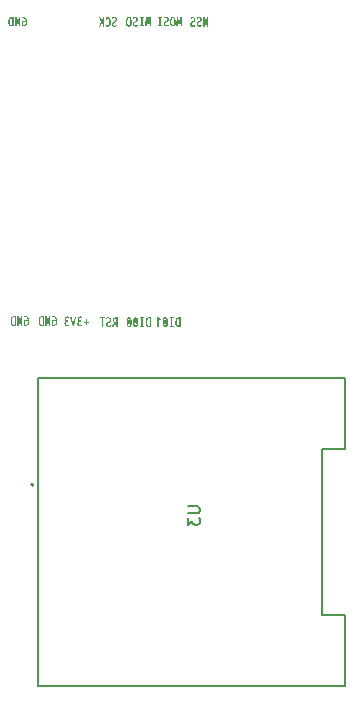
<source format=gbr>
%TF.GenerationSoftware,KiCad,Pcbnew,8.0.2-8.0.2-0~ubuntu20.04.1*%
%TF.CreationDate,2024-10-24T00:08:04+05:30*%
%TF.ProjectId,GroundStation,47726f75-6e64-4537-9461-74696f6e2e6b,rev?*%
%TF.SameCoordinates,Original*%
%TF.FileFunction,Legend,Bot*%
%TF.FilePolarity,Positive*%
%FSLAX46Y46*%
G04 Gerber Fmt 4.6, Leading zero omitted, Abs format (unit mm)*
G04 Created by KiCad (PCBNEW 8.0.2-8.0.2-0~ubuntu20.04.1) date 2024-10-24 00:08:04*
%MOMM*%
%LPD*%
G01*
G04 APERTURE LIST*
%ADD10C,0.150000*%
%ADD11C,0.000000*%
%ADD12C,0.127000*%
%ADD13C,0.200000*%
G04 APERTURE END LIST*
D10*
X110974819Y-94078095D02*
X111784342Y-94078095D01*
X111784342Y-94078095D02*
X111879580Y-94125714D01*
X111879580Y-94125714D02*
X111927200Y-94173333D01*
X111927200Y-94173333D02*
X111974819Y-94268571D01*
X111974819Y-94268571D02*
X111974819Y-94459047D01*
X111974819Y-94459047D02*
X111927200Y-94554285D01*
X111927200Y-94554285D02*
X111879580Y-94601904D01*
X111879580Y-94601904D02*
X111784342Y-94649523D01*
X111784342Y-94649523D02*
X110974819Y-94649523D01*
X110974819Y-95030476D02*
X110974819Y-95649523D01*
X110974819Y-95649523D02*
X111355771Y-95316190D01*
X111355771Y-95316190D02*
X111355771Y-95459047D01*
X111355771Y-95459047D02*
X111403390Y-95554285D01*
X111403390Y-95554285D02*
X111451009Y-95601904D01*
X111451009Y-95601904D02*
X111546247Y-95649523D01*
X111546247Y-95649523D02*
X111784342Y-95649523D01*
X111784342Y-95649523D02*
X111879580Y-95601904D01*
X111879580Y-95601904D02*
X111927200Y-95554285D01*
X111927200Y-95554285D02*
X111974819Y-95459047D01*
X111974819Y-95459047D02*
X111974819Y-95173333D01*
X111974819Y-95173333D02*
X111927200Y-95078095D01*
X111927200Y-95078095D02*
X111879580Y-95030476D01*
D11*
%TO.C,kibuzzard-67194008*%
G36*
X110284384Y-78054521D02*
G01*
X110370137Y-78070959D01*
X110370137Y-78849041D01*
X110287671Y-78865479D01*
X110198082Y-78870959D01*
X110107123Y-78861507D01*
X110035890Y-78833151D01*
X109981781Y-78781507D01*
X109942192Y-78702192D01*
X109924231Y-78632664D01*
X109913455Y-78548280D01*
X109909863Y-78449041D01*
X110029315Y-78449041D01*
X110033760Y-78560944D01*
X110047093Y-78646788D01*
X110069315Y-78706575D01*
X110121507Y-78759178D01*
X110198082Y-78776712D01*
X110247397Y-78766849D01*
X110247397Y-78154247D01*
X110198082Y-78144384D01*
X110122192Y-78161370D01*
X110069863Y-78212329D01*
X110047336Y-78268828D01*
X110033820Y-78347732D01*
X110029315Y-78449041D01*
X109909863Y-78449041D01*
X109914075Y-78346610D01*
X109926712Y-78260685D01*
X109947774Y-78191267D01*
X109977260Y-78138356D01*
X110031750Y-78088737D01*
X110105358Y-78058965D01*
X110198082Y-78049041D01*
X110284384Y-78054521D01*
G37*
G36*
X109125479Y-78057945D02*
G01*
X109178904Y-78084658D01*
X109219863Y-78134247D01*
X109250685Y-78211781D01*
X109264992Y-78280030D01*
X109273577Y-78362770D01*
X109276438Y-78460000D01*
X109273577Y-78557230D01*
X109264992Y-78639970D01*
X109250685Y-78708219D01*
X109219863Y-78785753D01*
X109178904Y-78835342D01*
X109160274Y-78844658D01*
X109125479Y-78862055D01*
X109057260Y-78870959D01*
X108989041Y-78862055D01*
X108935616Y-78835342D01*
X108894658Y-78785753D01*
X108863836Y-78708219D01*
X108849528Y-78639970D01*
X108840944Y-78557230D01*
X108838082Y-78460000D01*
X108952055Y-78460000D01*
X108953516Y-78537930D01*
X108957900Y-78603683D01*
X108965205Y-78657260D01*
X108980411Y-78716986D01*
X108999726Y-78753699D01*
X109057260Y-78778904D01*
X109112055Y-78756438D01*
X109146027Y-78679178D01*
X108955342Y-78349315D01*
X108952877Y-78400548D01*
X108952055Y-78460000D01*
X108838082Y-78460000D01*
X108840944Y-78362770D01*
X108849528Y-78280030D01*
X108860964Y-78225479D01*
X108972877Y-78225479D01*
X109160274Y-78550959D01*
X109162466Y-78460000D01*
X109161005Y-78382070D01*
X109156621Y-78316317D01*
X109149315Y-78262740D01*
X109134110Y-78203014D01*
X109114795Y-78166301D01*
X109057260Y-78141096D01*
X109005753Y-78160274D01*
X108972877Y-78225479D01*
X108860964Y-78225479D01*
X108863836Y-78211781D01*
X108894658Y-78134247D01*
X108935616Y-78084658D01*
X108989041Y-78057945D01*
X109057260Y-78049041D01*
X109125479Y-78057945D01*
G37*
G36*
X109791507Y-78155342D02*
G01*
X109668767Y-78155342D01*
X109668767Y-78764658D01*
X109791507Y-78764658D01*
X109791507Y-78860000D01*
X109418904Y-78860000D01*
X109418904Y-78764658D01*
X109541644Y-78764658D01*
X109541644Y-78155342D01*
X109418904Y-78155342D01*
X109418904Y-78060000D01*
X109791507Y-78060000D01*
X109791507Y-78155342D01*
G37*
G36*
X108703288Y-78171781D02*
G01*
X108703288Y-78279178D01*
X108514795Y-78173973D01*
X108512603Y-78175068D01*
X108512603Y-78860000D01*
X108389863Y-78860000D01*
X108389863Y-78060000D01*
X108511507Y-78060000D01*
X108703288Y-78171781D01*
G37*
%TO.C,kibuzzard-67193FFA*%
G36*
X107774247Y-78054521D02*
G01*
X107860000Y-78070959D01*
X107860000Y-78849041D01*
X107777534Y-78865479D01*
X107687945Y-78870959D01*
X107596986Y-78861507D01*
X107525753Y-78833151D01*
X107471644Y-78781507D01*
X107432055Y-78702192D01*
X107414094Y-78632664D01*
X107403318Y-78548280D01*
X107399726Y-78449041D01*
X107519178Y-78449041D01*
X107523623Y-78560944D01*
X107536956Y-78646788D01*
X107559178Y-78706575D01*
X107611370Y-78759178D01*
X107687945Y-78776712D01*
X107737260Y-78766849D01*
X107737260Y-78154247D01*
X107687945Y-78144384D01*
X107612055Y-78161370D01*
X107559726Y-78212329D01*
X107537199Y-78268828D01*
X107523683Y-78347732D01*
X107519178Y-78449041D01*
X107399726Y-78449041D01*
X107403938Y-78346610D01*
X107416575Y-78260685D01*
X107437637Y-78191267D01*
X107467123Y-78138356D01*
X107521613Y-78088737D01*
X107595221Y-78058965D01*
X107687945Y-78049041D01*
X107774247Y-78054521D01*
G37*
G36*
X106615342Y-78057945D02*
G01*
X106668767Y-78084658D01*
X106709726Y-78134247D01*
X106740548Y-78211781D01*
X106754855Y-78280030D01*
X106763440Y-78362770D01*
X106766301Y-78460000D01*
X106763440Y-78557230D01*
X106754855Y-78639970D01*
X106740548Y-78708219D01*
X106709726Y-78785753D01*
X106668767Y-78835342D01*
X106650137Y-78844658D01*
X106615342Y-78862055D01*
X106547123Y-78870959D01*
X106478904Y-78862055D01*
X106425479Y-78835342D01*
X106384521Y-78785753D01*
X106353699Y-78708219D01*
X106339391Y-78639970D01*
X106330807Y-78557230D01*
X106327945Y-78460000D01*
X106441918Y-78460000D01*
X106443379Y-78537930D01*
X106447763Y-78603683D01*
X106455068Y-78657260D01*
X106470274Y-78716986D01*
X106489589Y-78753699D01*
X106547123Y-78778904D01*
X106601918Y-78756438D01*
X106635890Y-78679178D01*
X106445205Y-78349315D01*
X106442740Y-78400548D01*
X106441918Y-78460000D01*
X106327945Y-78460000D01*
X106330807Y-78362770D01*
X106339391Y-78280030D01*
X106350827Y-78225479D01*
X106462740Y-78225479D01*
X106650137Y-78550959D01*
X106652329Y-78460000D01*
X106650868Y-78382070D01*
X106646484Y-78316317D01*
X106639178Y-78262740D01*
X106623973Y-78203014D01*
X106604658Y-78166301D01*
X106547123Y-78141096D01*
X106495616Y-78160274D01*
X106462740Y-78225479D01*
X106350827Y-78225479D01*
X106353699Y-78211781D01*
X106384521Y-78134247D01*
X106425479Y-78084658D01*
X106478904Y-78057945D01*
X106547123Y-78049041D01*
X106615342Y-78057945D01*
G37*
G36*
X106067397Y-78057945D02*
G01*
X106120822Y-78084658D01*
X106161781Y-78134247D01*
X106192603Y-78211781D01*
X106206910Y-78280030D01*
X106215495Y-78362770D01*
X106218356Y-78460000D01*
X106215495Y-78557230D01*
X106206910Y-78639970D01*
X106192603Y-78708219D01*
X106161781Y-78785753D01*
X106120822Y-78835342D01*
X106102192Y-78844658D01*
X106067397Y-78862055D01*
X105999178Y-78870959D01*
X105930959Y-78862055D01*
X105877534Y-78835342D01*
X105836575Y-78785753D01*
X105805753Y-78708219D01*
X105791446Y-78639970D01*
X105782861Y-78557230D01*
X105780000Y-78460000D01*
X105893973Y-78460000D01*
X105895434Y-78537930D01*
X105899817Y-78603683D01*
X105907123Y-78657260D01*
X105922329Y-78716986D01*
X105941644Y-78753699D01*
X105999178Y-78778904D01*
X106053973Y-78756438D01*
X106087945Y-78679178D01*
X105897260Y-78349315D01*
X105894795Y-78400548D01*
X105893973Y-78460000D01*
X105780000Y-78460000D01*
X105782861Y-78362770D01*
X105791446Y-78280030D01*
X105802881Y-78225479D01*
X105914795Y-78225479D01*
X106102192Y-78550959D01*
X106104384Y-78460000D01*
X106102922Y-78382070D01*
X106098539Y-78316317D01*
X106091233Y-78262740D01*
X106076027Y-78203014D01*
X106056712Y-78166301D01*
X105999178Y-78141096D01*
X105947671Y-78160274D01*
X105914795Y-78225479D01*
X105802881Y-78225479D01*
X105805753Y-78211781D01*
X105836575Y-78134247D01*
X105877534Y-78084658D01*
X105930959Y-78057945D01*
X105999178Y-78049041D01*
X106067397Y-78057945D01*
G37*
G36*
X107281370Y-78155342D02*
G01*
X107158630Y-78155342D01*
X107158630Y-78764658D01*
X107281370Y-78764658D01*
X107281370Y-78860000D01*
X106908767Y-78860000D01*
X106908767Y-78764658D01*
X107031507Y-78764658D01*
X107031507Y-78155342D01*
X106908767Y-78155342D01*
X106908767Y-78060000D01*
X107281370Y-78060000D01*
X107281370Y-78155342D01*
G37*
%TO.C,kibuzzard-67193FCE*%
G36*
X102437397Y-78424110D02*
G01*
X102614932Y-78424110D01*
X102614932Y-78515068D01*
X102437397Y-78515068D01*
X102437397Y-78745205D01*
X102320137Y-78745205D01*
X102320137Y-78515068D01*
X102143699Y-78515068D01*
X102143699Y-78424110D01*
X102320137Y-78424110D01*
X102320137Y-78197260D01*
X102437397Y-78197260D01*
X102437397Y-78424110D01*
G37*
G36*
X100806956Y-77993303D02*
G01*
X100868326Y-78006088D01*
X100931644Y-78027397D01*
X100931644Y-78129315D01*
X100846712Y-78094795D01*
X100769452Y-78083288D01*
X100706134Y-78094977D01*
X100668143Y-78130046D01*
X100655479Y-78188493D01*
X100665342Y-78250137D01*
X100694932Y-78292603D01*
X100746712Y-78317260D01*
X100823151Y-78325479D01*
X100845068Y-78325479D01*
X100845068Y-78421918D01*
X100823151Y-78421918D01*
X100740959Y-78430274D01*
X100687260Y-78455342D01*
X100657671Y-78499315D01*
X100647808Y-78564384D01*
X100656438Y-78630548D01*
X100682329Y-78677808D01*
X100725479Y-78706164D01*
X100785890Y-78715616D01*
X100867260Y-78704384D01*
X100946986Y-78670685D01*
X100946986Y-78775890D01*
X100860959Y-78802192D01*
X100771644Y-78810959D01*
X100696301Y-78804262D01*
X100634658Y-78784170D01*
X100586712Y-78750685D01*
X100552466Y-78703805D01*
X100531918Y-78643531D01*
X100525068Y-78569863D01*
X100533973Y-78492877D01*
X100560685Y-78433973D01*
X100605205Y-78393151D01*
X100667534Y-78370411D01*
X100667534Y-78369315D01*
X100610000Y-78341438D01*
X100568904Y-78299452D01*
X100544247Y-78243356D01*
X100536027Y-78173151D01*
X100549726Y-78096027D01*
X100590822Y-78037808D01*
X100657397Y-78001233D01*
X100747534Y-77989041D01*
X100806956Y-77993303D01*
G37*
G36*
X101902846Y-77993303D02*
G01*
X101964216Y-78006088D01*
X102027534Y-78027397D01*
X102027534Y-78129315D01*
X101942603Y-78094795D01*
X101865342Y-78083288D01*
X101802024Y-78094977D01*
X101764033Y-78130046D01*
X101751370Y-78188493D01*
X101761233Y-78250137D01*
X101790822Y-78292603D01*
X101842603Y-78317260D01*
X101919041Y-78325479D01*
X101940959Y-78325479D01*
X101940959Y-78421918D01*
X101919041Y-78421918D01*
X101836849Y-78430274D01*
X101783151Y-78455342D01*
X101753562Y-78499315D01*
X101743699Y-78564384D01*
X101752329Y-78630548D01*
X101778219Y-78677808D01*
X101821370Y-78706164D01*
X101881781Y-78715616D01*
X101963151Y-78704384D01*
X102042877Y-78670685D01*
X102042877Y-78775890D01*
X101956849Y-78802192D01*
X101867534Y-78810959D01*
X101792192Y-78804262D01*
X101730548Y-78784170D01*
X101682603Y-78750685D01*
X101648356Y-78703805D01*
X101627808Y-78643531D01*
X101620959Y-78569863D01*
X101629863Y-78492877D01*
X101656575Y-78433973D01*
X101701096Y-78393151D01*
X101763425Y-78370411D01*
X101763425Y-78369315D01*
X101705890Y-78341438D01*
X101664795Y-78299452D01*
X101640137Y-78243356D01*
X101631918Y-78173151D01*
X101645616Y-78096027D01*
X101686712Y-78037808D01*
X101753288Y-78001233D01*
X101843425Y-77989041D01*
X101902846Y-77993303D01*
G37*
G36*
X101281233Y-78690411D02*
G01*
X101282329Y-78690411D01*
X101407260Y-78000000D01*
X101533288Y-78000000D01*
X101355753Y-78800000D01*
X101213288Y-78800000D01*
X101034658Y-78000000D01*
X101156301Y-78000000D01*
X101281233Y-78690411D01*
G37*
%TO.C,kibuzzard-67193FAE*%
G36*
X99701918Y-77969878D02*
G01*
X99775890Y-78002390D01*
X99833425Y-78056575D01*
X99865788Y-78112397D01*
X99888904Y-78182329D01*
X99902774Y-78266370D01*
X99907397Y-78364521D01*
X99903116Y-78462123D01*
X99890274Y-78546712D01*
X99868870Y-78618288D01*
X99838904Y-78676849D01*
X99800377Y-78722397D01*
X99753288Y-78754932D01*
X99697637Y-78774452D01*
X99633425Y-78780959D01*
X99567915Y-78776697D01*
X99505814Y-78763912D01*
X99447123Y-78742603D01*
X99447123Y-78293288D01*
X99702466Y-78293288D01*
X99702466Y-78386438D01*
X99564384Y-78386438D01*
X99564384Y-78673562D01*
X99630137Y-78686712D01*
X99696986Y-78668082D01*
X99746301Y-78612192D01*
X99768828Y-78551553D01*
X99782344Y-78468995D01*
X99786849Y-78364521D01*
X99782100Y-78262420D01*
X99767854Y-78182603D01*
X99744110Y-78125068D01*
X99689589Y-78072877D01*
X99611507Y-78055479D01*
X99544384Y-78062055D01*
X99474521Y-78081781D01*
X99474521Y-77983151D01*
X99541644Y-77965068D01*
X99611507Y-77959041D01*
X99701918Y-77969878D01*
G37*
G36*
X98707123Y-77964521D02*
G01*
X98792877Y-77980959D01*
X98792877Y-78759041D01*
X98710411Y-78775479D01*
X98620822Y-78780959D01*
X98529863Y-78771507D01*
X98458630Y-78743151D01*
X98404521Y-78691507D01*
X98364932Y-78612192D01*
X98346971Y-78542664D01*
X98336195Y-78458280D01*
X98332603Y-78359041D01*
X98452055Y-78359041D01*
X98456499Y-78470944D01*
X98469833Y-78556788D01*
X98492055Y-78616575D01*
X98544247Y-78669178D01*
X98620822Y-78686712D01*
X98670137Y-78676849D01*
X98670137Y-78064247D01*
X98620822Y-78054384D01*
X98544932Y-78071370D01*
X98492603Y-78122329D01*
X98470076Y-78178828D01*
X98456560Y-78257732D01*
X98452055Y-78359041D01*
X98332603Y-78359041D01*
X98336815Y-78256610D01*
X98349452Y-78170685D01*
X98370514Y-78101267D01*
X98400000Y-78048356D01*
X98454490Y-77998737D01*
X98528097Y-77968965D01*
X98620822Y-77959041D01*
X98707123Y-77964521D01*
G37*
G36*
X99030685Y-78550822D02*
G01*
X99033973Y-78550822D01*
X99204932Y-77970000D01*
X99332055Y-77970000D01*
X99332055Y-78770000D01*
X99211507Y-78770000D01*
X99211507Y-78189178D01*
X99209315Y-78189178D01*
X99038356Y-78770000D01*
X98915616Y-78770000D01*
X98915616Y-77970000D01*
X99030685Y-77970000D01*
X99030685Y-78550822D01*
G37*
G36*
X96660685Y-78550822D02*
G01*
X96663973Y-78550822D01*
X96834932Y-77970000D01*
X96962055Y-77970000D01*
X96962055Y-78770000D01*
X96841507Y-78770000D01*
X96841507Y-78189178D01*
X96839315Y-78189178D01*
X96668356Y-78770000D01*
X96545616Y-78770000D01*
X96545616Y-77970000D01*
X96660685Y-77970000D01*
X96660685Y-78550822D01*
G37*
G36*
X96337123Y-77964521D02*
G01*
X96422877Y-77980959D01*
X96422877Y-78759041D01*
X96340411Y-78775479D01*
X96250822Y-78780959D01*
X96159863Y-78771507D01*
X96088630Y-78743151D01*
X96034521Y-78691507D01*
X95994932Y-78612192D01*
X95976971Y-78542664D01*
X95966195Y-78458280D01*
X95962603Y-78359041D01*
X96082055Y-78359041D01*
X96086499Y-78470944D01*
X96099833Y-78556788D01*
X96122055Y-78616575D01*
X96174247Y-78669178D01*
X96250822Y-78686712D01*
X96300137Y-78676849D01*
X96300137Y-78064247D01*
X96250822Y-78054384D01*
X96174932Y-78071370D01*
X96122603Y-78122329D01*
X96100076Y-78178828D01*
X96086560Y-78257732D01*
X96082055Y-78359041D01*
X95962603Y-78359041D01*
X95966815Y-78256610D01*
X95979452Y-78170685D01*
X96000514Y-78101267D01*
X96030000Y-78048356D01*
X96084490Y-77998737D01*
X96158097Y-77968965D01*
X96250822Y-77959041D01*
X96337123Y-77964521D01*
G37*
G36*
X97331918Y-77969878D02*
G01*
X97405890Y-78002390D01*
X97463425Y-78056575D01*
X97495788Y-78112397D01*
X97518904Y-78182329D01*
X97532774Y-78266370D01*
X97537397Y-78364521D01*
X97533116Y-78462123D01*
X97520274Y-78546712D01*
X97498870Y-78618288D01*
X97468904Y-78676849D01*
X97430377Y-78722397D01*
X97383288Y-78754932D01*
X97327637Y-78774452D01*
X97263425Y-78780959D01*
X97197915Y-78776697D01*
X97135814Y-78763912D01*
X97077123Y-78742603D01*
X97077123Y-78293288D01*
X97332466Y-78293288D01*
X97332466Y-78386438D01*
X97194384Y-78386438D01*
X97194384Y-78673562D01*
X97260137Y-78686712D01*
X97326986Y-78668082D01*
X97376301Y-78612192D01*
X97398828Y-78551553D01*
X97412344Y-78468995D01*
X97416849Y-78364521D01*
X97412100Y-78262420D01*
X97397854Y-78182603D01*
X97374110Y-78125068D01*
X97319589Y-78072877D01*
X97241507Y-78055479D01*
X97174384Y-78062055D01*
X97104521Y-78081781D01*
X97104521Y-77983151D01*
X97171644Y-77965068D01*
X97241507Y-77959041D01*
X97331918Y-77969878D01*
G37*
%TO.C,kibuzzard-67193F40*%
G36*
X107265890Y-52735342D02*
G01*
X107143151Y-52735342D01*
X107143151Y-53344658D01*
X107265890Y-53344658D01*
X107265890Y-53440000D01*
X106893288Y-53440000D01*
X106893288Y-53344658D01*
X107016027Y-53344658D01*
X107016027Y-52735342D01*
X106893288Y-52735342D01*
X106893288Y-52640000D01*
X107265890Y-52640000D01*
X107265890Y-52735342D01*
G37*
G36*
X106583942Y-52635129D02*
G01*
X106638554Y-52653394D01*
X106682329Y-52683836D01*
X106725479Y-52749589D01*
X106739863Y-52837260D01*
X106728493Y-52915068D01*
X106694384Y-52979726D01*
X106656697Y-53017717D01*
X106604277Y-53054247D01*
X106537123Y-53089315D01*
X106490137Y-53117534D01*
X106458767Y-53149589D01*
X106441096Y-53188493D01*
X106435205Y-53237260D01*
X106442877Y-53288356D01*
X106465890Y-53325479D01*
X106502603Y-53348082D01*
X106551370Y-53355616D01*
X106615540Y-53347702D01*
X106676545Y-53323957D01*
X106734384Y-53284384D01*
X106734384Y-53398356D01*
X106678128Y-53427580D01*
X106616027Y-53445114D01*
X106548082Y-53450959D01*
X106463260Y-53442192D01*
X106397288Y-53415890D01*
X106350164Y-53372055D01*
X106321890Y-53310685D01*
X106312466Y-53231781D01*
X106324247Y-53147123D01*
X106359589Y-53079452D01*
X106399650Y-53040365D01*
X106457002Y-53002009D01*
X106531644Y-52964384D01*
X106580350Y-52931629D01*
X106609574Y-52887428D01*
X106619315Y-52831781D01*
X106611644Y-52786849D01*
X106588630Y-52752877D01*
X106552192Y-52731507D01*
X106504247Y-52724384D01*
X106419041Y-52736164D01*
X106334384Y-52771507D01*
X106334384Y-52661918D01*
X106393318Y-52643653D01*
X106454688Y-52632694D01*
X106518493Y-52629041D01*
X106583942Y-52635129D01*
G37*
G36*
X107623151Y-53149589D02*
G01*
X107625342Y-53149589D01*
X107692192Y-52640000D01*
X107835753Y-52640000D01*
X107877397Y-53440000D01*
X107770000Y-53440000D01*
X107751370Y-52760548D01*
X107748082Y-52760548D01*
X107685616Y-53253699D01*
X107581507Y-53253699D01*
X107513562Y-52760548D01*
X107512466Y-52760548D01*
X107496027Y-53440000D01*
X107378767Y-53440000D01*
X107419315Y-52640000D01*
X107557397Y-52640000D01*
X107623151Y-53149589D01*
G37*
G36*
X106059863Y-52638356D02*
G01*
X106119589Y-52666301D01*
X106164932Y-52716986D01*
X106197945Y-52794521D01*
X106212861Y-52862222D01*
X106221811Y-52944049D01*
X106224795Y-53040000D01*
X106221811Y-53135951D01*
X106212861Y-53217778D01*
X106197945Y-53285479D01*
X106164932Y-53363014D01*
X106119589Y-53413699D01*
X106059863Y-53441644D01*
X105983699Y-53450959D01*
X105907534Y-53441644D01*
X105847808Y-53413699D01*
X105802466Y-53363014D01*
X105769452Y-53285479D01*
X105754536Y-53217778D01*
X105745586Y-53135951D01*
X105742603Y-53040000D01*
X105858767Y-53040000D01*
X105862055Y-53147945D01*
X105871918Y-53230685D01*
X105888356Y-53288219D01*
X105926986Y-53338767D01*
X105983699Y-53355616D01*
X106040411Y-53338767D01*
X106079041Y-53288219D01*
X106095479Y-53230685D01*
X106105342Y-53147945D01*
X106108630Y-53040000D01*
X106105342Y-52932055D01*
X106095479Y-52849315D01*
X106079041Y-52791781D01*
X106040411Y-52741233D01*
X105983699Y-52724384D01*
X105926986Y-52741233D01*
X105888356Y-52791781D01*
X105871918Y-52849315D01*
X105862055Y-52932055D01*
X105858767Y-53040000D01*
X105742603Y-53040000D01*
X105745586Y-52944049D01*
X105754536Y-52862222D01*
X105769452Y-52794521D01*
X105802466Y-52716986D01*
X105847808Y-52666301D01*
X105907534Y-52638356D01*
X105983699Y-52629041D01*
X106059863Y-52638356D01*
G37*
%TO.C,kibuzzard-6717FCAE*%
G36*
X96480685Y-53210822D02*
G01*
X96483973Y-53210822D01*
X96654932Y-52630000D01*
X96782055Y-52630000D01*
X96782055Y-53430000D01*
X96661507Y-53430000D01*
X96661507Y-52849178D01*
X96659315Y-52849178D01*
X96488356Y-53430000D01*
X96365616Y-53430000D01*
X96365616Y-52630000D01*
X96480685Y-52630000D01*
X96480685Y-53210822D01*
G37*
G36*
X96157123Y-52624521D02*
G01*
X96242877Y-52640959D01*
X96242877Y-53419041D01*
X96160411Y-53435479D01*
X96070822Y-53440959D01*
X95979863Y-53431507D01*
X95908630Y-53403151D01*
X95854521Y-53351507D01*
X95814932Y-53272192D01*
X95796971Y-53202664D01*
X95786195Y-53118280D01*
X95782603Y-53019041D01*
X95902055Y-53019041D01*
X95906499Y-53130944D01*
X95919833Y-53216788D01*
X95942055Y-53276575D01*
X95994247Y-53329178D01*
X96070822Y-53346712D01*
X96120137Y-53336849D01*
X96120137Y-52724247D01*
X96070822Y-52714384D01*
X95994932Y-52731370D01*
X95942603Y-52782329D01*
X95920076Y-52838828D01*
X95906560Y-52917732D01*
X95902055Y-53019041D01*
X95782603Y-53019041D01*
X95786815Y-52916610D01*
X95799452Y-52830685D01*
X95820514Y-52761267D01*
X95850000Y-52708356D01*
X95904490Y-52658737D01*
X95978097Y-52628965D01*
X96070822Y-52619041D01*
X96157123Y-52624521D01*
G37*
G36*
X97151918Y-52629878D02*
G01*
X97225890Y-52662390D01*
X97283425Y-52716575D01*
X97315788Y-52772397D01*
X97338904Y-52842329D01*
X97352774Y-52926370D01*
X97357397Y-53024521D01*
X97353116Y-53122123D01*
X97340274Y-53206712D01*
X97318870Y-53278288D01*
X97288904Y-53336849D01*
X97250377Y-53382397D01*
X97203288Y-53414932D01*
X97147637Y-53434452D01*
X97083425Y-53440959D01*
X97017915Y-53436697D01*
X96955814Y-53423912D01*
X96897123Y-53402603D01*
X96897123Y-52953288D01*
X97152466Y-52953288D01*
X97152466Y-53046438D01*
X97014384Y-53046438D01*
X97014384Y-53333562D01*
X97080137Y-53346712D01*
X97146986Y-53328082D01*
X97196301Y-53272192D01*
X97218828Y-53211553D01*
X97232344Y-53128995D01*
X97236849Y-53024521D01*
X97232100Y-52922420D01*
X97217854Y-52842603D01*
X97194110Y-52785068D01*
X97139589Y-52732877D01*
X97061507Y-52715479D01*
X96994384Y-52722055D01*
X96924521Y-52741781D01*
X96924521Y-52643151D01*
X96991644Y-52625068D01*
X97061507Y-52619041D01*
X97151918Y-52629878D01*
G37*
D12*
%TO.C,U3*%
X98302500Y-83240000D02*
X124302500Y-83240000D01*
X98302500Y-109240000D02*
X98302500Y-83240000D01*
X122302500Y-89240000D02*
X122302500Y-103240000D01*
X122302500Y-103240000D02*
X124302500Y-103240000D01*
X124302500Y-83240000D02*
X124302500Y-89240000D01*
X124302500Y-89240000D02*
X122302500Y-89240000D01*
X124302500Y-103240000D02*
X124302500Y-109240000D01*
X124302500Y-109240000D02*
X98302500Y-109240000D01*
D13*
X97902500Y-92240000D02*
G75*
G02*
X97702500Y-92240000I-100000J0D01*
G01*
X97702500Y-92240000D02*
G75*
G02*
X97902500Y-92240000I100000J0D01*
G01*
D11*
%TO.C,kibuzzard-67193F1F*%
G36*
X104817778Y-52645129D02*
G01*
X104872390Y-52663394D01*
X104916164Y-52693836D01*
X104959315Y-52759589D01*
X104973699Y-52847260D01*
X104962329Y-52925068D01*
X104928219Y-52989726D01*
X104890533Y-53027717D01*
X104838113Y-53064247D01*
X104770959Y-53099315D01*
X104723973Y-53127534D01*
X104692603Y-53159589D01*
X104674932Y-53198493D01*
X104669041Y-53247260D01*
X104676712Y-53298356D01*
X104699726Y-53335479D01*
X104736438Y-53358082D01*
X104785205Y-53365616D01*
X104849376Y-53357702D01*
X104910381Y-53333957D01*
X104968219Y-53294384D01*
X104968219Y-53408356D01*
X104911963Y-53437580D01*
X104849863Y-53455114D01*
X104781918Y-53460959D01*
X104697096Y-53452192D01*
X104631123Y-53425890D01*
X104584000Y-53382055D01*
X104555726Y-53320685D01*
X104546301Y-53241781D01*
X104558082Y-53157123D01*
X104593425Y-53089452D01*
X104633486Y-53050365D01*
X104690837Y-53012009D01*
X104765479Y-52974384D01*
X104814186Y-52941629D01*
X104843409Y-52897428D01*
X104853151Y-52841781D01*
X104845479Y-52796849D01*
X104822466Y-52762877D01*
X104786027Y-52741507D01*
X104738082Y-52734384D01*
X104652877Y-52746164D01*
X104568219Y-52781507D01*
X104568219Y-52671918D01*
X104627154Y-52653653D01*
X104688524Y-52642694D01*
X104752329Y-52639041D01*
X104817778Y-52645129D01*
G37*
G36*
X104232432Y-52645291D02*
G01*
X104288082Y-52664041D01*
X104335171Y-52695291D01*
X104373699Y-52739041D01*
X104403664Y-52795291D01*
X104425068Y-52864041D01*
X104437911Y-52945291D01*
X104442192Y-53039041D01*
X104437860Y-53137928D01*
X104424863Y-53223630D01*
X104403202Y-53296147D01*
X104372877Y-53355479D01*
X104333887Y-53401627D01*
X104286233Y-53434589D01*
X104229914Y-53454366D01*
X104164932Y-53460959D01*
X104091781Y-53454110D01*
X104025753Y-53433562D01*
X104025753Y-53332740D01*
X104088219Y-53358219D01*
X104146301Y-53366712D01*
X104199878Y-53357610D01*
X104243714Y-53330304D01*
X104277808Y-53284795D01*
X104302161Y-53221081D01*
X104316773Y-53139163D01*
X104321644Y-53039041D01*
X104317230Y-52946286D01*
X104303988Y-52870396D01*
X104281918Y-52811370D01*
X104251020Y-52769209D01*
X104211294Y-52743912D01*
X104162740Y-52735479D01*
X104137534Y-52739863D01*
X104137534Y-52910822D01*
X104020274Y-52910822D01*
X104020274Y-52663151D01*
X104090137Y-52645068D01*
X104168219Y-52639041D01*
X104232432Y-52645291D01*
G37*
G36*
X103750685Y-53000685D02*
G01*
X103752877Y-53000685D01*
X103752877Y-52650000D01*
X103875616Y-52650000D01*
X103875616Y-53450000D01*
X103752877Y-53450000D01*
X103752877Y-53066438D01*
X103750685Y-53066438D01*
X103558904Y-53450000D01*
X103426301Y-53450000D01*
X103641096Y-53031370D01*
X103431781Y-52650000D01*
X103563288Y-52650000D01*
X103750685Y-53000685D01*
G37*
%TO.C,kibuzzard-67193F4E*%
G36*
X108792603Y-52725342D02*
G01*
X108669863Y-52725342D01*
X108669863Y-53334658D01*
X108792603Y-53334658D01*
X108792603Y-53430000D01*
X108420000Y-53430000D01*
X108420000Y-53334658D01*
X108542740Y-53334658D01*
X108542740Y-52725342D01*
X108420000Y-52725342D01*
X108420000Y-52630000D01*
X108792603Y-52630000D01*
X108792603Y-52725342D01*
G37*
G36*
X109206545Y-52625129D02*
G01*
X109261157Y-52643394D01*
X109304932Y-52673836D01*
X109348082Y-52739589D01*
X109362466Y-52827260D01*
X109351096Y-52905068D01*
X109316986Y-52969726D01*
X109279300Y-53007717D01*
X109226880Y-53044247D01*
X109159726Y-53079315D01*
X109112740Y-53107534D01*
X109081370Y-53139589D01*
X109063699Y-53178493D01*
X109057808Y-53227260D01*
X109065479Y-53278356D01*
X109088493Y-53315479D01*
X109125205Y-53338082D01*
X109173973Y-53345616D01*
X109238143Y-53337702D01*
X109299148Y-53313957D01*
X109356986Y-53274384D01*
X109356986Y-53388356D01*
X109300731Y-53417580D01*
X109238630Y-53435114D01*
X109170685Y-53440959D01*
X109085863Y-53432192D01*
X109019890Y-53405890D01*
X108972767Y-53362055D01*
X108944493Y-53300685D01*
X108935068Y-53221781D01*
X108946849Y-53137123D01*
X108982192Y-53069452D01*
X109022253Y-53030365D01*
X109079604Y-52992009D01*
X109154247Y-52954384D01*
X109202953Y-52921629D01*
X109232177Y-52877428D01*
X109241918Y-52821781D01*
X109234247Y-52776849D01*
X109211233Y-52742877D01*
X109174795Y-52721507D01*
X109126849Y-52714384D01*
X109041644Y-52726164D01*
X108956986Y-52761507D01*
X108956986Y-52651918D01*
X109015921Y-52633653D01*
X109077291Y-52622694D01*
X109141096Y-52619041D01*
X109206545Y-52625129D01*
G37*
G36*
X110245753Y-53139589D02*
G01*
X110247945Y-53139589D01*
X110314795Y-52630000D01*
X110458356Y-52630000D01*
X110500000Y-53430000D01*
X110392603Y-53430000D01*
X110373973Y-52750548D01*
X110370685Y-52750548D01*
X110308219Y-53243699D01*
X110204110Y-53243699D01*
X110136164Y-52750548D01*
X110135068Y-52750548D01*
X110118630Y-53430000D01*
X110001370Y-53430000D01*
X110041918Y-52630000D01*
X110180000Y-52630000D01*
X110245753Y-53139589D01*
G37*
G36*
X109778356Y-52628356D02*
G01*
X109838082Y-52656301D01*
X109883425Y-52706986D01*
X109916438Y-52784521D01*
X109931355Y-52852222D01*
X109940304Y-52934049D01*
X109943288Y-53030000D01*
X109940304Y-53125951D01*
X109931355Y-53207778D01*
X109916438Y-53275479D01*
X109883425Y-53353014D01*
X109838082Y-53403699D01*
X109778356Y-53431644D01*
X109702192Y-53440959D01*
X109626027Y-53431644D01*
X109566301Y-53403699D01*
X109520959Y-53353014D01*
X109487945Y-53275479D01*
X109473029Y-53207778D01*
X109464079Y-53125951D01*
X109461096Y-53030000D01*
X109577260Y-53030000D01*
X109580548Y-53137945D01*
X109590411Y-53220685D01*
X109606849Y-53278219D01*
X109645479Y-53328767D01*
X109702192Y-53345616D01*
X109758904Y-53328767D01*
X109797534Y-53278219D01*
X109813973Y-53220685D01*
X109823836Y-53137945D01*
X109827123Y-53030000D01*
X109823836Y-52922055D01*
X109813973Y-52839315D01*
X109797534Y-52781781D01*
X109758904Y-52731233D01*
X109702192Y-52714384D01*
X109645479Y-52731233D01*
X109606849Y-52781781D01*
X109590411Y-52839315D01*
X109580548Y-52922055D01*
X109577260Y-53030000D01*
X109461096Y-53030000D01*
X109464079Y-52934049D01*
X109473029Y-52852222D01*
X109487945Y-52784521D01*
X109520959Y-52706986D01*
X109566301Y-52656301D01*
X109626027Y-52628356D01*
X109702192Y-52619041D01*
X109778356Y-52628356D01*
G37*
%TO.C,kibuzzard-67193F6C*%
G36*
X111997778Y-52645129D02*
G01*
X112052390Y-52663394D01*
X112096164Y-52693836D01*
X112139315Y-52759589D01*
X112153699Y-52847260D01*
X112142329Y-52925068D01*
X112108219Y-52989726D01*
X112070533Y-53027717D01*
X112018113Y-53064247D01*
X111950959Y-53099315D01*
X111903973Y-53127534D01*
X111872603Y-53159589D01*
X111854932Y-53198493D01*
X111849041Y-53247260D01*
X111856712Y-53298356D01*
X111879726Y-53335479D01*
X111916438Y-53358082D01*
X111965205Y-53365616D01*
X112029376Y-53357702D01*
X112090381Y-53333957D01*
X112148219Y-53294384D01*
X112148219Y-53408356D01*
X112091963Y-53437580D01*
X112029863Y-53455114D01*
X111961918Y-53460959D01*
X111877096Y-53452192D01*
X111811123Y-53425890D01*
X111764000Y-53382055D01*
X111735726Y-53320685D01*
X111726301Y-53241781D01*
X111738082Y-53157123D01*
X111773425Y-53089452D01*
X111813486Y-53050365D01*
X111870837Y-53012009D01*
X111945479Y-52974384D01*
X111994186Y-52941629D01*
X112023409Y-52897428D01*
X112033151Y-52841781D01*
X112025479Y-52796849D01*
X112002466Y-52762877D01*
X111966027Y-52741507D01*
X111918082Y-52734384D01*
X111832877Y-52746164D01*
X111748219Y-52781507D01*
X111748219Y-52671918D01*
X111807154Y-52653653D01*
X111868524Y-52642694D01*
X111932329Y-52639041D01*
X111997778Y-52645129D01*
G37*
G36*
X111449833Y-52645129D02*
G01*
X111504444Y-52663394D01*
X111548219Y-52693836D01*
X111591370Y-52759589D01*
X111605753Y-52847260D01*
X111594384Y-52925068D01*
X111560274Y-52989726D01*
X111522588Y-53027717D01*
X111470167Y-53064247D01*
X111403014Y-53099315D01*
X111356027Y-53127534D01*
X111324658Y-53159589D01*
X111306986Y-53198493D01*
X111301096Y-53247260D01*
X111308767Y-53298356D01*
X111331781Y-53335479D01*
X111368493Y-53358082D01*
X111417260Y-53365616D01*
X111481431Y-53357702D01*
X111542435Y-53333957D01*
X111600274Y-53294384D01*
X111600274Y-53408356D01*
X111544018Y-53437580D01*
X111481918Y-53455114D01*
X111413973Y-53460959D01*
X111329151Y-53452192D01*
X111263178Y-53425890D01*
X111216055Y-53382055D01*
X111187781Y-53320685D01*
X111178356Y-53241781D01*
X111190137Y-53157123D01*
X111225479Y-53089452D01*
X111265540Y-53050365D01*
X111322892Y-53012009D01*
X111397534Y-52974384D01*
X111446240Y-52941629D01*
X111475464Y-52897428D01*
X111485205Y-52841781D01*
X111477534Y-52796849D01*
X111454521Y-52762877D01*
X111418082Y-52741507D01*
X111370137Y-52734384D01*
X111284932Y-52746164D01*
X111200274Y-52781507D01*
X111200274Y-52671918D01*
X111259209Y-52653653D01*
X111320578Y-52642694D01*
X111384384Y-52639041D01*
X111449833Y-52645129D01*
G37*
G36*
X112400274Y-53230822D02*
G01*
X112403562Y-53230822D01*
X112574521Y-52650000D01*
X112701644Y-52650000D01*
X112701644Y-53450000D01*
X112581096Y-53450000D01*
X112581096Y-52869178D01*
X112578904Y-52869178D01*
X112407945Y-53450000D01*
X112285205Y-53450000D01*
X112285205Y-52650000D01*
X112400274Y-52650000D01*
X112400274Y-53230822D01*
G37*
%TO.C,kibuzzard-67193FDF*%
G36*
X103953288Y-78165342D02*
G01*
X103790000Y-78165342D01*
X103790000Y-78870000D01*
X103667260Y-78870000D01*
X103667260Y-78165342D01*
X103503973Y-78165342D01*
X103503973Y-78070000D01*
X103953288Y-78070000D01*
X103953288Y-78165342D01*
G37*
G36*
X104328874Y-78065129D02*
G01*
X104383486Y-78083394D01*
X104427260Y-78113836D01*
X104470411Y-78179589D01*
X104484795Y-78267260D01*
X104473425Y-78345068D01*
X104439315Y-78409726D01*
X104401629Y-78447717D01*
X104349209Y-78484247D01*
X104282055Y-78519315D01*
X104235068Y-78547534D01*
X104203699Y-78579589D01*
X104186027Y-78618493D01*
X104180137Y-78667260D01*
X104187808Y-78718356D01*
X104210822Y-78755479D01*
X104247534Y-78778082D01*
X104296301Y-78785616D01*
X104360472Y-78777702D01*
X104421476Y-78753957D01*
X104479315Y-78714384D01*
X104479315Y-78828356D01*
X104423059Y-78857580D01*
X104360959Y-78875114D01*
X104293014Y-78880959D01*
X104208192Y-78872192D01*
X104142219Y-78845890D01*
X104095096Y-78802055D01*
X104066822Y-78740685D01*
X104057397Y-78661781D01*
X104069178Y-78577123D01*
X104104521Y-78509452D01*
X104144581Y-78470365D01*
X104201933Y-78432009D01*
X104276575Y-78394384D01*
X104325282Y-78361629D01*
X104354505Y-78317428D01*
X104364247Y-78261781D01*
X104356575Y-78216849D01*
X104333562Y-78182877D01*
X104297123Y-78161507D01*
X104249178Y-78154384D01*
X104163973Y-78166164D01*
X104079315Y-78201507D01*
X104079315Y-78091918D01*
X104138250Y-78073653D01*
X104199619Y-78062694D01*
X104263425Y-78059041D01*
X104328874Y-78065129D01*
G37*
G36*
X104912801Y-78061476D02*
G01*
X104974901Y-78068782D01*
X105036027Y-78080959D01*
X105036027Y-78870000D01*
X104913288Y-78870000D01*
X104913288Y-78537945D01*
X104870548Y-78537945D01*
X104804247Y-78559315D01*
X104783288Y-78590137D01*
X104765342Y-78639863D01*
X104701781Y-78870000D01*
X104575753Y-78870000D01*
X104643699Y-78646438D01*
X104678767Y-78560411D01*
X104720411Y-78506164D01*
X104720411Y-78503973D01*
X104666712Y-78472603D01*
X104628356Y-78427808D01*
X104605342Y-78369589D01*
X104597671Y-78297945D01*
X104717123Y-78297945D01*
X104725890Y-78365342D01*
X104752192Y-78409726D01*
X104799315Y-78434384D01*
X104870548Y-78442603D01*
X104913288Y-78442603D01*
X104913288Y-78163151D01*
X104849726Y-78154384D01*
X104791370Y-78163014D01*
X104750000Y-78188904D01*
X104725342Y-78233425D01*
X104717123Y-78297945D01*
X104597671Y-78297945D01*
X104604429Y-78222755D01*
X104624703Y-78162298D01*
X104658493Y-78116575D01*
X104706773Y-78084612D01*
X104770518Y-78065434D01*
X104849726Y-78059041D01*
X104912801Y-78061476D01*
G37*
%TD*%
M02*

</source>
